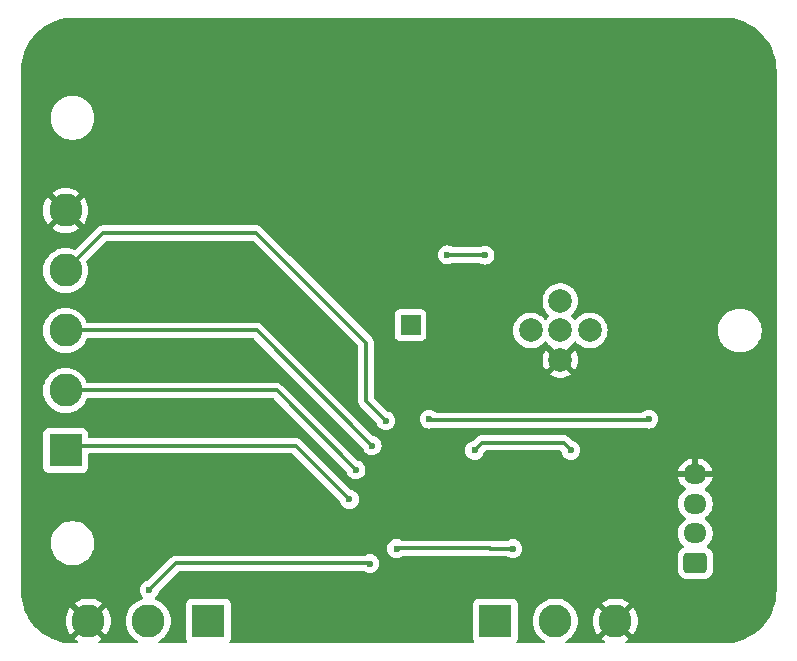
<source format=gbr>
%TF.GenerationSoftware,KiCad,Pcbnew,8.0.1*%
%TF.CreationDate,2025-05-19T10:21:45+02:00*%
%TF.ProjectId,stm32f103 board,73746d33-3266-4313-9033-20626f617264,rev?*%
%TF.SameCoordinates,Original*%
%TF.FileFunction,Copper,L2,Bot*%
%TF.FilePolarity,Positive*%
%FSLAX46Y46*%
G04 Gerber Fmt 4.6, Leading zero omitted, Abs format (unit mm)*
G04 Created by KiCad (PCBNEW 8.0.1) date 2025-05-19 10:21:45*
%MOMM*%
%LPD*%
G01*
G04 APERTURE LIST*
G04 Aperture macros list*
%AMRoundRect*
0 Rectangle with rounded corners*
0 $1 Rounding radius*
0 $2 $3 $4 $5 $6 $7 $8 $9 X,Y pos of 4 corners*
0 Add a 4 corners polygon primitive as box body*
4,1,4,$2,$3,$4,$5,$6,$7,$8,$9,$2,$3,0*
0 Add four circle primitives for the rounded corners*
1,1,$1+$1,$2,$3*
1,1,$1+$1,$4,$5*
1,1,$1+$1,$6,$7*
1,1,$1+$1,$8,$9*
0 Add four rect primitives between the rounded corners*
20,1,$1+$1,$2,$3,$4,$5,0*
20,1,$1+$1,$4,$5,$6,$7,0*
20,1,$1+$1,$6,$7,$8,$9,0*
20,1,$1+$1,$8,$9,$2,$3,0*%
G04 Aperture macros list end*
%TA.AperFunction,ComponentPad*%
%ADD10O,1.950000X1.700000*%
%TD*%
%TA.AperFunction,ComponentPad*%
%ADD11RoundRect,0.250000X0.725000X-0.600000X0.725000X0.600000X-0.725000X0.600000X-0.725000X-0.600000X0*%
%TD*%
%TA.AperFunction,ComponentPad*%
%ADD12R,1.700000X1.700000*%
%TD*%
%TA.AperFunction,ComponentPad*%
%ADD13C,2.000000*%
%TD*%
%TA.AperFunction,ComponentPad*%
%ADD14R,2.800000X2.800000*%
%TD*%
%TA.AperFunction,ComponentPad*%
%ADD15C,2.800000*%
%TD*%
%TA.AperFunction,ViaPad*%
%ADD16C,0.600000*%
%TD*%
%TA.AperFunction,Conductor*%
%ADD17C,0.300000*%
%TD*%
G04 APERTURE END LIST*
D10*
%TO.P,J5,4,Pin_4*%
%TO.N,GND*%
X141237500Y-115570000D03*
%TO.P,J5,3,Pin_3*%
%TO.N,SWCLK*%
X141237500Y-118070000D03*
%TO.P,J5,2,Pin_2*%
%TO.N,SWDIO*%
X141237500Y-120570000D03*
D11*
%TO.P,J5,1,Pin_1*%
%TO.N,+3.3V*%
X141237500Y-123070000D03*
%TD*%
D12*
%TO.P,H1,1,1*%
%TO.N,Net-(U1-BOOT0)*%
X117120000Y-102920000D03*
%TD*%
D13*
%TO.P,J1,5,Pin_5*%
%TO.N,/CAN-*%
X129800000Y-103400000D03*
%TO.P,J1,2,Pin_2*%
%TO.N,+12V*%
X132300000Y-103400000D03*
%TO.P,J1,3,Pin_3*%
%TO.N,GND*%
X129800000Y-105900000D03*
%TO.P,J1,4,Pin_4*%
%TO.N,/CAN+*%
X127300000Y-103400000D03*
%TO.P,J1,1,Pin_1*%
%TO.N,unconnected-(J1-Pin_1-Pad1)*%
X129800000Y-100900000D03*
%TD*%
D14*
%TO.P,J2,1,Pin_1*%
%TO.N,DIR1*%
X87925000Y-113560000D03*
D15*
%TO.P,J2,2,Pin_2*%
%TO.N,PWM1*%
X87925000Y-108480000D03*
%TO.P,J2,3,Pin_3*%
%TO.N,DIR2*%
X87925000Y-103400000D03*
%TO.P,J2,4,Pin_4*%
%TO.N,PWM2*%
X87925000Y-98320000D03*
%TO.P,J2,5,Pin_5*%
%TO.N,GND*%
X87925000Y-93240000D03*
%TD*%
D14*
%TO.P,J4,1,Pin_1*%
%TO.N,+3.3V*%
X100000000Y-128000000D03*
D15*
%TO.P,J4,2,Pin_2*%
%TO.N,Right ADC*%
X94920000Y-128000000D03*
%TO.P,J4,3,Pin_3*%
%TO.N,GND*%
X89840000Y-128000000D03*
%TD*%
D14*
%TO.P,J3,1,Pin_1*%
%TO.N,+3.3V*%
X124300000Y-128000000D03*
D15*
%TO.P,J3,2,Pin_2*%
%TO.N,Left ADC*%
X129380000Y-128000000D03*
%TO.P,J3,3,Pin_3*%
%TO.N,GND*%
X134460000Y-128000000D03*
%TD*%
D16*
%TO.N,GND*%
X103660000Y-105500000D03*
X127800000Y-86970000D03*
X126370000Y-87680000D03*
X132050000Y-87610000D03*
X117540000Y-83700000D03*
X115040000Y-85190000D03*
X116880000Y-86150000D03*
%TO.N,Net-(U2-Feedback)*%
X120250000Y-96990000D03*
%TO.N,GND*%
X119850000Y-108050000D03*
X109160000Y-103740000D03*
X124300000Y-117100000D03*
%TO.N,SWCLK*%
X137300000Y-110900000D03*
X118700000Y-110900000D03*
%TO.N,GND*%
X125500000Y-107600000D03*
%TO.N,CAN_RX*%
X122550000Y-113550000D03*
X130700000Y-113550000D03*
%TO.N,GND*%
X130975000Y-87600000D03*
X121500000Y-124450000D03*
X95500000Y-80862500D03*
X106500000Y-114125000D03*
X126370000Y-86925000D03*
X134460000Y-125065000D03*
X114820000Y-104560000D03*
X124625000Y-106500000D03*
X123400000Y-87650000D03*
X116325000Y-83675000D03*
X108625000Y-119900000D03*
X98250000Y-121650000D03*
X103500000Y-118000000D03*
X117850000Y-85175000D03*
X120825000Y-87650000D03*
X124775000Y-87650000D03*
X122150000Y-87650000D03*
X118575000Y-86375000D03*
X133125000Y-87600000D03*
X128990000Y-87000000D03*
X106025000Y-125950000D03*
X116325000Y-85175000D03*
X119400000Y-87425000D03*
X89875000Y-125325000D03*
X117425000Y-87250000D03*
X121800000Y-102450000D03*
%TO.N,Net-(U2-Feedback)*%
X123420000Y-97020000D03*
%TO.N,DIR2*%
X113875000Y-113150000D03*
%TO.N,PWM1*%
X112500000Y-115200000D03*
%TO.N,PWM2*%
X115025000Y-111050000D03*
%TO.N,DIR1*%
X111950000Y-117700000D03*
%TO.N,Left ADC*%
X125775000Y-121875000D03*
X115935940Y-121864060D03*
%TO.N,Right ADC*%
X113662500Y-123137500D03*
X95000000Y-125375000D03*
%TD*%
D17*
%TO.N,Net-(U2-Feedback)*%
X120270000Y-97010000D02*
X120250000Y-96990000D01*
X123410000Y-97010000D02*
X120270000Y-97010000D01*
X123420000Y-97020000D02*
X123410000Y-97010000D01*
%TO.N,PWM2*%
X91095000Y-95150000D02*
X87925000Y-98320000D01*
X113350000Y-104425000D02*
X104075000Y-95150000D01*
X104075000Y-95150000D02*
X91095000Y-95150000D01*
X113350000Y-109375000D02*
X113350000Y-104425000D01*
X115025000Y-111050000D02*
X113350000Y-109375000D01*
%TO.N,SWCLK*%
X137300000Y-110900000D02*
X137200000Y-111000000D01*
X137200000Y-111000000D02*
X118800000Y-111000000D01*
X118800000Y-111000000D02*
X118700000Y-110900000D01*
%TO.N,CAN_RX*%
X123200000Y-112900000D02*
X122550000Y-113550000D01*
X130700000Y-113500000D02*
X130100000Y-112900000D01*
X130100000Y-112900000D02*
X123200000Y-112900000D01*
%TO.N,PWM1*%
X105780000Y-108480000D02*
X87925000Y-108480000D01*
X112500000Y-115200000D02*
X105780000Y-108480000D01*
%TO.N,DIR2*%
X104125000Y-103400000D02*
X87925000Y-103400000D01*
X113875000Y-113150000D02*
X104125000Y-103400000D01*
%TO.N,DIR1*%
X88335000Y-113150000D02*
X87925000Y-113560000D01*
X107400000Y-113150000D02*
X88335000Y-113150000D01*
X111950000Y-117700000D02*
X107400000Y-113150000D01*
%TO.N,Left ADC*%
X123850000Y-121850000D02*
X115950000Y-121850000D01*
X123875000Y-121875000D02*
X123850000Y-121850000D01*
X125775000Y-121875000D02*
X123875000Y-121875000D01*
X115950000Y-121850000D02*
X115935940Y-121864060D01*
%TO.N,Right ADC*%
X97250000Y-123125000D02*
X95000000Y-125375000D01*
X113662500Y-123137500D02*
X113650000Y-123125000D01*
X113650000Y-123125000D02*
X97250000Y-123125000D01*
%TD*%
%TA.AperFunction,Conductor*%
%TO.N,GND*%
G36*
X143622702Y-76900617D02*
G01*
X144006771Y-76917386D01*
X144017506Y-76918326D01*
X144395971Y-76968152D01*
X144406597Y-76970025D01*
X144779284Y-77052648D01*
X144789710Y-77055442D01*
X145153765Y-77170227D01*
X145163911Y-77173920D01*
X145516578Y-77320000D01*
X145526369Y-77324566D01*
X145864942Y-77500816D01*
X145874310Y-77506224D01*
X146196244Y-77711318D01*
X146205105Y-77717523D01*
X146507930Y-77949889D01*
X146516217Y-77956843D01*
X146797635Y-78214715D01*
X146805284Y-78222364D01*
X147063156Y-78503782D01*
X147070110Y-78512069D01*
X147302476Y-78814894D01*
X147308681Y-78823755D01*
X147513775Y-79145689D01*
X147519183Y-79155057D01*
X147695430Y-79493623D01*
X147700002Y-79503427D01*
X147846075Y-79856078D01*
X147849775Y-79866244D01*
X147964554Y-80230278D01*
X147967354Y-80240727D01*
X148049971Y-80613389D01*
X148051849Y-80624042D01*
X148101671Y-81002473D01*
X148102614Y-81013249D01*
X148119382Y-81397297D01*
X148119500Y-81402706D01*
X148119500Y-125397293D01*
X148119382Y-125402702D01*
X148102614Y-125786750D01*
X148101671Y-125797526D01*
X148051849Y-126175957D01*
X148049971Y-126186610D01*
X147967354Y-126559272D01*
X147964554Y-126569721D01*
X147849775Y-126933755D01*
X147846075Y-126943921D01*
X147700002Y-127296572D01*
X147695430Y-127306376D01*
X147519183Y-127644942D01*
X147513775Y-127654310D01*
X147308681Y-127976244D01*
X147302476Y-127985105D01*
X147070110Y-128287930D01*
X147063156Y-128296217D01*
X146805284Y-128577635D01*
X146797635Y-128585284D01*
X146516217Y-128843156D01*
X146507930Y-128850110D01*
X146205105Y-129082476D01*
X146196244Y-129088681D01*
X145874310Y-129293775D01*
X145864942Y-129299183D01*
X145526376Y-129475430D01*
X145516572Y-129480002D01*
X145163921Y-129626075D01*
X145153755Y-129629775D01*
X144789721Y-129744554D01*
X144779272Y-129747354D01*
X144406610Y-129829971D01*
X144395957Y-129831849D01*
X144017526Y-129881671D01*
X144006750Y-129882614D01*
X143622703Y-129899382D01*
X143617294Y-129899500D01*
X135431689Y-129899500D01*
X135364650Y-129879815D01*
X135318895Y-129827011D01*
X135308951Y-129757853D01*
X135337976Y-129694297D01*
X135372262Y-129666668D01*
X135489844Y-129602462D01*
X135615123Y-129508677D01*
X135615124Y-129508676D01*
X134878900Y-128772453D01*
X135017780Y-128679657D01*
X135139657Y-128557780D01*
X135232452Y-128418900D01*
X135968676Y-129155124D01*
X135968677Y-129155123D01*
X136062462Y-129029844D01*
X136192712Y-128791310D01*
X136192714Y-128791306D01*
X136287694Y-128536654D01*
X136345462Y-128271097D01*
X136345463Y-128271090D01*
X136364853Y-128000001D01*
X136364853Y-127999998D01*
X136345463Y-127728909D01*
X136345462Y-127728902D01*
X136287694Y-127463345D01*
X136192714Y-127208693D01*
X136192712Y-127208689D01*
X136062467Y-126970164D01*
X136062466Y-126970163D01*
X135968676Y-126844874D01*
X135232452Y-127581098D01*
X135139657Y-127442220D01*
X135017780Y-127320343D01*
X134878900Y-127227546D01*
X135615124Y-126491322D01*
X135615123Y-126491321D01*
X135489843Y-126397537D01*
X135489835Y-126397532D01*
X135251310Y-126267287D01*
X135251306Y-126267285D01*
X134996654Y-126172305D01*
X134731097Y-126114537D01*
X134731090Y-126114536D01*
X134460001Y-126095147D01*
X134459999Y-126095147D01*
X134188909Y-126114536D01*
X134188902Y-126114537D01*
X133923345Y-126172305D01*
X133668693Y-126267285D01*
X133668689Y-126267287D01*
X133430164Y-126397532D01*
X133430156Y-126397537D01*
X133304875Y-126491321D01*
X133304874Y-126491322D01*
X134041099Y-127227546D01*
X133902220Y-127320343D01*
X133780343Y-127442220D01*
X133687547Y-127581099D01*
X132951322Y-126844874D01*
X132951321Y-126844875D01*
X132857537Y-126970156D01*
X132857532Y-126970164D01*
X132727287Y-127208689D01*
X132727285Y-127208693D01*
X132632305Y-127463345D01*
X132574537Y-127728902D01*
X132574536Y-127728909D01*
X132555147Y-127999998D01*
X132555147Y-128000001D01*
X132574536Y-128271090D01*
X132574537Y-128271097D01*
X132632305Y-128536654D01*
X132727285Y-128791306D01*
X132727287Y-128791310D01*
X132857532Y-129029835D01*
X132857537Y-129029843D01*
X132951321Y-129155123D01*
X132951322Y-129155124D01*
X133687546Y-128418900D01*
X133780343Y-128557780D01*
X133902220Y-128679657D01*
X134041098Y-128772452D01*
X133304874Y-129508676D01*
X133430163Y-129602466D01*
X133430164Y-129602467D01*
X133547738Y-129666668D01*
X133597143Y-129716074D01*
X133611995Y-129784346D01*
X133587578Y-129849811D01*
X133531644Y-129891682D01*
X133488311Y-129899500D01*
X130352734Y-129899500D01*
X130285695Y-129879815D01*
X130239940Y-129827011D01*
X130229996Y-129757853D01*
X130259021Y-129694297D01*
X130293307Y-129666668D01*
X130367647Y-129626075D01*
X130410113Y-129602887D01*
X130627742Y-129439971D01*
X130819971Y-129247742D01*
X130982887Y-129030113D01*
X131113172Y-128791513D01*
X131208175Y-128536801D01*
X131265961Y-128271160D01*
X131285355Y-128000000D01*
X131265961Y-127728840D01*
X131208175Y-127463199D01*
X131113172Y-127208487D01*
X131113170Y-127208484D01*
X131113169Y-127208480D01*
X130982890Y-126969892D01*
X130982889Y-126969891D01*
X130982887Y-126969887D01*
X130819971Y-126752258D01*
X130819966Y-126752253D01*
X130819961Y-126752247D01*
X130627752Y-126560038D01*
X130627746Y-126560033D01*
X130627742Y-126560029D01*
X130410113Y-126397113D01*
X130410108Y-126397110D01*
X130410107Y-126397109D01*
X130171518Y-126266830D01*
X130171519Y-126266830D01*
X130121920Y-126248330D01*
X129916801Y-126171825D01*
X129916794Y-126171823D01*
X129916793Y-126171823D01*
X129651167Y-126114040D01*
X129651160Y-126114039D01*
X129380001Y-126094645D01*
X129379999Y-126094645D01*
X129108839Y-126114039D01*
X129108832Y-126114040D01*
X128843206Y-126171823D01*
X128843202Y-126171824D01*
X128843199Y-126171825D01*
X128715843Y-126219326D01*
X128588480Y-126266830D01*
X128349892Y-126397109D01*
X128349891Y-126397110D01*
X128132259Y-126560028D01*
X128132247Y-126560038D01*
X127940038Y-126752247D01*
X127940028Y-126752259D01*
X127777110Y-126969891D01*
X127777109Y-126969892D01*
X127646830Y-127208480D01*
X127612109Y-127301571D01*
X127551825Y-127463199D01*
X127551824Y-127463202D01*
X127551823Y-127463206D01*
X127494040Y-127728832D01*
X127494039Y-127728839D01*
X127474645Y-127999998D01*
X127474645Y-128000001D01*
X127494039Y-128271160D01*
X127494040Y-128271167D01*
X127511962Y-128353553D01*
X127551825Y-128536801D01*
X127605108Y-128679657D01*
X127646830Y-128791519D01*
X127777109Y-129030107D01*
X127777110Y-129030108D01*
X127777113Y-129030113D01*
X127940029Y-129247742D01*
X127940033Y-129247746D01*
X127940038Y-129247752D01*
X128132247Y-129439961D01*
X128132253Y-129439966D01*
X128132258Y-129439971D01*
X128349887Y-129602887D01*
X128349891Y-129602889D01*
X128349892Y-129602890D01*
X128466693Y-129666668D01*
X128516098Y-129716073D01*
X128530950Y-129784346D01*
X128506533Y-129849810D01*
X128450600Y-129891682D01*
X128407266Y-129899500D01*
X126199001Y-129899500D01*
X126131962Y-129879815D01*
X126086207Y-129827011D01*
X126076263Y-129757853D01*
X126099734Y-129701189D01*
X126143796Y-129642331D01*
X126194091Y-129507483D01*
X126200500Y-129447873D01*
X126200499Y-126552128D01*
X126194091Y-126492517D01*
X126193645Y-126491322D01*
X126143797Y-126357671D01*
X126143793Y-126357664D01*
X126057547Y-126242455D01*
X126057544Y-126242452D01*
X125942335Y-126156206D01*
X125942328Y-126156202D01*
X125807482Y-126105908D01*
X125807483Y-126105908D01*
X125747883Y-126099501D01*
X125747881Y-126099500D01*
X125747873Y-126099500D01*
X125747864Y-126099500D01*
X122852129Y-126099500D01*
X122852123Y-126099501D01*
X122792516Y-126105908D01*
X122657671Y-126156202D01*
X122657664Y-126156206D01*
X122542455Y-126242452D01*
X122542452Y-126242455D01*
X122456206Y-126357664D01*
X122456202Y-126357671D01*
X122405908Y-126492517D01*
X122399501Y-126552116D01*
X122399501Y-126552123D01*
X122399500Y-126552135D01*
X122399500Y-129447870D01*
X122399501Y-129447876D01*
X122405908Y-129507483D01*
X122456202Y-129642328D01*
X122456204Y-129642331D01*
X122500265Y-129701189D01*
X122524683Y-129766652D01*
X122509832Y-129834925D01*
X122460427Y-129884331D01*
X122400999Y-129899500D01*
X101899001Y-129899500D01*
X101831962Y-129879815D01*
X101786207Y-129827011D01*
X101776263Y-129757853D01*
X101799734Y-129701189D01*
X101843796Y-129642331D01*
X101894091Y-129507483D01*
X101900500Y-129447873D01*
X101900499Y-126552128D01*
X101894091Y-126492517D01*
X101893645Y-126491322D01*
X101843797Y-126357671D01*
X101843793Y-126357664D01*
X101757547Y-126242455D01*
X101757544Y-126242452D01*
X101642335Y-126156206D01*
X101642328Y-126156202D01*
X101507482Y-126105908D01*
X101507483Y-126105908D01*
X101447883Y-126099501D01*
X101447881Y-126099500D01*
X101447873Y-126099500D01*
X101447864Y-126099500D01*
X98552129Y-126099500D01*
X98552123Y-126099501D01*
X98492516Y-126105908D01*
X98357671Y-126156202D01*
X98357664Y-126156206D01*
X98242455Y-126242452D01*
X98242452Y-126242455D01*
X98156206Y-126357664D01*
X98156202Y-126357671D01*
X98105908Y-126492517D01*
X98099501Y-126552116D01*
X98099501Y-126552123D01*
X98099500Y-126552135D01*
X98099500Y-129447870D01*
X98099501Y-129447876D01*
X98105908Y-129507483D01*
X98156202Y-129642328D01*
X98156204Y-129642331D01*
X98200265Y-129701189D01*
X98224683Y-129766652D01*
X98209832Y-129834925D01*
X98160427Y-129884331D01*
X98100999Y-129899500D01*
X95892734Y-129899500D01*
X95825695Y-129879815D01*
X95779940Y-129827011D01*
X95769996Y-129757853D01*
X95799021Y-129694297D01*
X95833307Y-129666668D01*
X95907647Y-129626075D01*
X95950113Y-129602887D01*
X96167742Y-129439971D01*
X96359971Y-129247742D01*
X96522887Y-129030113D01*
X96653172Y-128791513D01*
X96748175Y-128536801D01*
X96805961Y-128271160D01*
X96825355Y-128000000D01*
X96805961Y-127728840D01*
X96748175Y-127463199D01*
X96653172Y-127208487D01*
X96653170Y-127208484D01*
X96653169Y-127208480D01*
X96522890Y-126969892D01*
X96522889Y-126969891D01*
X96522887Y-126969887D01*
X96359971Y-126752258D01*
X96359966Y-126752253D01*
X96359961Y-126752247D01*
X96167752Y-126560038D01*
X96167746Y-126560033D01*
X96167742Y-126560029D01*
X95950113Y-126397113D01*
X95950108Y-126397110D01*
X95950107Y-126397109D01*
X95711518Y-126266830D01*
X95711519Y-126266830D01*
X95668538Y-126250799D01*
X95549051Y-126206232D01*
X95493120Y-126164362D01*
X95468703Y-126098898D01*
X95483555Y-126030625D01*
X95504700Y-126002377D01*
X95629816Y-125877262D01*
X95725789Y-125724522D01*
X95785368Y-125554255D01*
X95786182Y-125547025D01*
X95813245Y-125482611D01*
X95821712Y-125473232D01*
X97483127Y-123811819D01*
X97544450Y-123778334D01*
X97570808Y-123775500D01*
X113137539Y-123775500D01*
X113203510Y-123794505D01*
X113312978Y-123863289D01*
X113483245Y-123922868D01*
X113483250Y-123922869D01*
X113662496Y-123943065D01*
X113662500Y-123943065D01*
X113662504Y-123943065D01*
X113841749Y-123922869D01*
X113841752Y-123922868D01*
X113841755Y-123922868D01*
X114012022Y-123863289D01*
X114164762Y-123767316D01*
X114212077Y-123720001D01*
X139762000Y-123720001D01*
X139762001Y-123720018D01*
X139772500Y-123822796D01*
X139772501Y-123822799D01*
X139812354Y-123943065D01*
X139827686Y-123989334D01*
X139919788Y-124138656D01*
X140043844Y-124262712D01*
X140193166Y-124354814D01*
X140359703Y-124409999D01*
X140462491Y-124420500D01*
X142012508Y-124420499D01*
X142115297Y-124409999D01*
X142281834Y-124354814D01*
X142431156Y-124262712D01*
X142555212Y-124138656D01*
X142647314Y-123989334D01*
X142702499Y-123822797D01*
X142713000Y-123720009D01*
X142712999Y-122419992D01*
X142702499Y-122317203D01*
X142647314Y-122150666D01*
X142555212Y-122001344D01*
X142431156Y-121877288D01*
X142281834Y-121785186D01*
X142281833Y-121785185D01*
X142276378Y-121781821D01*
X142229654Y-121729873D01*
X142218431Y-121660910D01*
X142246275Y-121596828D01*
X142253772Y-121588623D01*
X142392604Y-121449792D01*
X142517551Y-121277816D01*
X142614057Y-121088412D01*
X142679746Y-120886243D01*
X142713000Y-120676287D01*
X142713000Y-120463713D01*
X142679746Y-120253757D01*
X142614057Y-120051588D01*
X142517551Y-119862184D01*
X142517549Y-119862181D01*
X142517548Y-119862179D01*
X142392609Y-119690213D01*
X142242292Y-119539896D01*
X142242284Y-119539890D01*
X142077704Y-119420316D01*
X142035040Y-119364989D01*
X142029061Y-119295376D01*
X142061666Y-119233580D01*
X142077699Y-119219686D01*
X142242292Y-119100104D01*
X142392604Y-118949792D01*
X142392606Y-118949788D01*
X142392609Y-118949786D01*
X142517548Y-118777820D01*
X142517547Y-118777820D01*
X142517551Y-118777816D01*
X142614057Y-118588412D01*
X142679746Y-118386243D01*
X142713000Y-118176287D01*
X142713000Y-117963713D01*
X142679746Y-117753757D01*
X142614057Y-117551588D01*
X142517551Y-117362184D01*
X142517549Y-117362181D01*
X142517548Y-117362179D01*
X142392609Y-117190213D01*
X142242290Y-117039894D01*
X142242285Y-117039890D01*
X142077281Y-116920008D01*
X142034615Y-116864678D01*
X142028636Y-116795065D01*
X142061241Y-116733270D01*
X142077281Y-116719371D01*
X142241966Y-116599721D01*
X142392223Y-116449464D01*
X142392227Y-116449459D01*
X142517120Y-116277557D01*
X142613595Y-116088217D01*
X142679257Y-115886129D01*
X142679257Y-115886126D01*
X142689731Y-115820000D01*
X141641646Y-115820000D01*
X141680130Y-115753343D01*
X141712500Y-115632535D01*
X141712500Y-115507465D01*
X141680130Y-115386657D01*
X141641646Y-115320000D01*
X142689731Y-115320000D01*
X142679257Y-115253873D01*
X142679257Y-115253870D01*
X142613595Y-115051782D01*
X142517120Y-114862442D01*
X142392227Y-114690540D01*
X142392223Y-114690535D01*
X142241964Y-114540276D01*
X142241959Y-114540272D01*
X142070057Y-114415379D01*
X141880717Y-114318904D01*
X141678628Y-114253242D01*
X141487500Y-114222969D01*
X141487500Y-115165854D01*
X141420843Y-115127370D01*
X141300035Y-115095000D01*
X141174965Y-115095000D01*
X141054157Y-115127370D01*
X140987500Y-115165854D01*
X140987500Y-114222969D01*
X140796372Y-114253242D01*
X140796369Y-114253242D01*
X140594282Y-114318904D01*
X140404942Y-114415379D01*
X140233040Y-114540272D01*
X140233035Y-114540276D01*
X140082776Y-114690535D01*
X140082772Y-114690540D01*
X139957879Y-114862442D01*
X139861404Y-115051782D01*
X139795742Y-115253870D01*
X139795742Y-115253873D01*
X139785269Y-115320000D01*
X140833354Y-115320000D01*
X140794870Y-115386657D01*
X140762500Y-115507465D01*
X140762500Y-115632535D01*
X140794870Y-115753343D01*
X140833354Y-115820000D01*
X139785269Y-115820000D01*
X139795742Y-115886126D01*
X139795742Y-115886129D01*
X139861404Y-116088217D01*
X139957879Y-116277557D01*
X140082772Y-116449459D01*
X140082776Y-116449464D01*
X140233035Y-116599723D01*
X140233040Y-116599727D01*
X140397718Y-116719372D01*
X140440384Y-116774701D01*
X140446363Y-116844315D01*
X140413758Y-116906110D01*
X140397718Y-116920008D01*
X140232714Y-117039890D01*
X140232709Y-117039894D01*
X140082390Y-117190213D01*
X139957451Y-117362179D01*
X139860944Y-117551585D01*
X139795253Y-117753760D01*
X139762000Y-117963713D01*
X139762000Y-118176286D01*
X139786316Y-118329815D01*
X139795254Y-118386243D01*
X139834024Y-118505565D01*
X139860944Y-118588414D01*
X139957451Y-118777820D01*
X140082390Y-118949786D01*
X140232709Y-119100105D01*
X140232714Y-119100109D01*
X140397293Y-119219682D01*
X140439959Y-119275011D01*
X140445938Y-119344625D01*
X140413333Y-119406420D01*
X140397293Y-119420318D01*
X140232714Y-119539890D01*
X140232709Y-119539894D01*
X140082390Y-119690213D01*
X139957451Y-119862179D01*
X139860944Y-120051585D01*
X139795253Y-120253760D01*
X139762000Y-120463713D01*
X139762000Y-120676287D01*
X139795254Y-120886243D01*
X139857784Y-121078691D01*
X139860944Y-121088414D01*
X139957451Y-121277820D01*
X140082390Y-121449786D01*
X140221205Y-121588601D01*
X140254690Y-121649924D01*
X140249706Y-121719616D01*
X140207834Y-121775549D01*
X140198621Y-121781821D01*
X140043842Y-121877289D01*
X139919789Y-122001342D01*
X139827687Y-122150663D01*
X139827686Y-122150666D01*
X139772501Y-122317203D01*
X139772501Y-122317204D01*
X139772500Y-122317204D01*
X139762000Y-122419983D01*
X139762000Y-123720001D01*
X114212077Y-123720001D01*
X114292316Y-123639762D01*
X114388289Y-123487022D01*
X114447868Y-123316755D01*
X114455333Y-123250500D01*
X114468065Y-123137503D01*
X114468065Y-123137496D01*
X114447869Y-122958250D01*
X114447868Y-122958245D01*
X114388288Y-122787976D01*
X114308105Y-122660366D01*
X114292316Y-122635238D01*
X114164762Y-122507684D01*
X114151736Y-122499499D01*
X114012023Y-122411711D01*
X113841754Y-122352131D01*
X113841749Y-122352130D01*
X113662504Y-122331935D01*
X113662496Y-122331935D01*
X113483250Y-122352130D01*
X113483245Y-122352131D01*
X113312977Y-122411711D01*
X113243298Y-122455494D01*
X113177326Y-122474500D01*
X97185929Y-122474500D01*
X97060260Y-122499497D01*
X97060254Y-122499499D01*
X97047419Y-122504816D01*
X96941877Y-122548532D01*
X96941863Y-122548540D01*
X96835332Y-122619721D01*
X96835325Y-122619727D01*
X94901775Y-124553277D01*
X94840452Y-124586762D01*
X94827988Y-124588815D01*
X94820752Y-124589630D01*
X94820744Y-124589632D01*
X94650478Y-124649210D01*
X94497737Y-124745184D01*
X94370184Y-124872737D01*
X94274211Y-125025476D01*
X94214631Y-125195745D01*
X94214630Y-125195750D01*
X94194435Y-125374996D01*
X94194435Y-125375003D01*
X94214630Y-125554249D01*
X94214631Y-125554254D01*
X94274211Y-125724523D01*
X94370184Y-125877262D01*
X94453866Y-125960944D01*
X94487351Y-126022267D01*
X94482367Y-126091959D01*
X94440495Y-126147892D01*
X94392552Y-126169789D01*
X94383208Y-126171822D01*
X94383201Y-126171824D01*
X94383199Y-126171825D01*
X94290945Y-126206234D01*
X94128480Y-126266830D01*
X93889892Y-126397109D01*
X93889891Y-126397110D01*
X93672259Y-126560028D01*
X93672247Y-126560038D01*
X93480038Y-126752247D01*
X93480028Y-126752259D01*
X93317110Y-126969891D01*
X93317109Y-126969892D01*
X93186830Y-127208480D01*
X93152109Y-127301571D01*
X93091825Y-127463199D01*
X93091824Y-127463202D01*
X93091823Y-127463206D01*
X93034040Y-127728832D01*
X93034039Y-127728839D01*
X93014645Y-127999998D01*
X93014645Y-128000001D01*
X93034039Y-128271160D01*
X93034040Y-128271167D01*
X93051962Y-128353553D01*
X93091825Y-128536801D01*
X93145108Y-128679657D01*
X93186830Y-128791519D01*
X93317109Y-129030107D01*
X93317110Y-129030108D01*
X93317113Y-129030113D01*
X93480029Y-129247742D01*
X93480033Y-129247746D01*
X93480038Y-129247752D01*
X93672247Y-129439961D01*
X93672253Y-129439966D01*
X93672258Y-129439971D01*
X93889887Y-129602887D01*
X93889891Y-129602889D01*
X93889892Y-129602890D01*
X94006693Y-129666668D01*
X94056098Y-129716073D01*
X94070950Y-129784346D01*
X94046533Y-129849810D01*
X93990600Y-129891682D01*
X93947266Y-129899500D01*
X90811689Y-129899500D01*
X90744650Y-129879815D01*
X90698895Y-129827011D01*
X90688951Y-129757853D01*
X90717976Y-129694297D01*
X90752262Y-129666668D01*
X90869844Y-129602462D01*
X90995123Y-129508677D01*
X90995124Y-129508676D01*
X90258900Y-128772453D01*
X90397780Y-128679657D01*
X90519657Y-128557780D01*
X90612452Y-128418900D01*
X91348676Y-129155124D01*
X91348677Y-129155123D01*
X91442462Y-129029844D01*
X91572712Y-128791310D01*
X91572714Y-128791306D01*
X91667694Y-128536654D01*
X91725462Y-128271097D01*
X91725463Y-128271090D01*
X91744853Y-128000001D01*
X91744853Y-127999998D01*
X91725463Y-127728909D01*
X91725462Y-127728902D01*
X91667694Y-127463345D01*
X91572714Y-127208693D01*
X91572712Y-127208689D01*
X91442467Y-126970164D01*
X91442466Y-126970163D01*
X91348676Y-126844874D01*
X90612452Y-127581098D01*
X90519657Y-127442220D01*
X90397780Y-127320343D01*
X90258900Y-127227546D01*
X90995124Y-126491322D01*
X90995123Y-126491321D01*
X90869843Y-126397537D01*
X90869835Y-126397532D01*
X90631310Y-126267287D01*
X90631306Y-126267285D01*
X90376654Y-126172305D01*
X90111097Y-126114537D01*
X90111090Y-126114536D01*
X89840001Y-126095147D01*
X89839999Y-126095147D01*
X89568909Y-126114536D01*
X89568902Y-126114537D01*
X89303345Y-126172305D01*
X89048693Y-126267285D01*
X89048689Y-126267287D01*
X88810164Y-126397532D01*
X88810156Y-126397537D01*
X88684875Y-126491321D01*
X88684874Y-126491322D01*
X89421099Y-127227546D01*
X89282220Y-127320343D01*
X89160343Y-127442220D01*
X89067547Y-127581099D01*
X88331322Y-126844874D01*
X88331321Y-126844875D01*
X88237537Y-126970156D01*
X88237532Y-126970164D01*
X88107287Y-127208689D01*
X88107285Y-127208693D01*
X88012305Y-127463345D01*
X87954537Y-127728902D01*
X87954536Y-127728909D01*
X87935147Y-127999998D01*
X87935147Y-128000001D01*
X87954536Y-128271090D01*
X87954537Y-128271097D01*
X88012305Y-128536654D01*
X88107285Y-128791306D01*
X88107287Y-128791310D01*
X88237532Y-129029835D01*
X88237537Y-129029843D01*
X88331321Y-129155123D01*
X88331322Y-129155124D01*
X89067546Y-128418900D01*
X89160343Y-128557780D01*
X89282220Y-128679657D01*
X89421098Y-128772452D01*
X88684874Y-129508676D01*
X88810163Y-129602466D01*
X88810164Y-129602467D01*
X88927738Y-129666668D01*
X88977143Y-129716074D01*
X88991995Y-129784346D01*
X88967578Y-129849811D01*
X88911644Y-129891682D01*
X88868311Y-129899500D01*
X88622707Y-129899500D01*
X88617298Y-129899382D01*
X88233249Y-129882614D01*
X88222475Y-129881671D01*
X88160008Y-129873447D01*
X87844045Y-129831850D01*
X87833391Y-129829972D01*
X87460725Y-129747353D01*
X87450277Y-129744553D01*
X87086245Y-129629775D01*
X87076079Y-129626075D01*
X86723428Y-129480002D01*
X86713624Y-129475430D01*
X86375055Y-129299183D01*
X86375043Y-129299176D01*
X86365687Y-129293775D01*
X86148050Y-129155124D01*
X86043764Y-129088686D01*
X86034903Y-129082482D01*
X85732070Y-128850111D01*
X85723783Y-128843157D01*
X85442365Y-128585285D01*
X85434716Y-128577636D01*
X85176844Y-128296218D01*
X85169890Y-128287931D01*
X84937518Y-127985098D01*
X84931314Y-127976237D01*
X84773748Y-127728909D01*
X84726221Y-127654306D01*
X84720828Y-127644965D01*
X84544566Y-127306370D01*
X84539997Y-127296573D01*
X84503596Y-127208693D01*
X84393920Y-126943911D01*
X84390224Y-126933755D01*
X84275442Y-126569711D01*
X84272648Y-126559285D01*
X84190025Y-126186598D01*
X84188152Y-126175972D01*
X84138326Y-125797507D01*
X84137386Y-125786772D01*
X84120618Y-125402702D01*
X84120500Y-125397294D01*
X84120500Y-121521288D01*
X86649500Y-121521288D01*
X86681161Y-121761785D01*
X86743947Y-121996104D01*
X86807968Y-122150663D01*
X86836776Y-122220212D01*
X86958064Y-122430289D01*
X86958066Y-122430292D01*
X86958067Y-122430293D01*
X87105733Y-122622736D01*
X87105739Y-122622743D01*
X87277256Y-122794260D01*
X87277262Y-122794265D01*
X87469711Y-122941936D01*
X87679788Y-123063224D01*
X87903900Y-123156054D01*
X88138211Y-123218838D01*
X88318586Y-123242584D01*
X88378711Y-123250500D01*
X88378712Y-123250500D01*
X88621289Y-123250500D01*
X88669388Y-123244167D01*
X88861789Y-123218838D01*
X89096100Y-123156054D01*
X89320212Y-123063224D01*
X89530289Y-122941936D01*
X89722738Y-122794265D01*
X89894265Y-122622738D01*
X90041936Y-122430289D01*
X90163224Y-122220212D01*
X90256054Y-121996100D01*
X90291434Y-121864063D01*
X115130375Y-121864063D01*
X115150570Y-122043309D01*
X115150571Y-122043314D01*
X115210151Y-122213583D01*
X115275260Y-122317203D01*
X115306124Y-122366322D01*
X115433678Y-122493876D01*
X115586418Y-122589849D01*
X115756685Y-122649428D01*
X115756690Y-122649429D01*
X115935936Y-122669625D01*
X115935940Y-122669625D01*
X115935944Y-122669625D01*
X116115189Y-122649429D01*
X116115192Y-122649428D01*
X116115195Y-122649428D01*
X116285462Y-122589849D01*
X116397412Y-122519505D01*
X116463384Y-122500500D01*
X123673038Y-122500500D01*
X123697230Y-122502883D01*
X123810928Y-122525500D01*
X123810931Y-122525500D01*
X125269932Y-122525500D01*
X125335904Y-122544506D01*
X125425477Y-122600789D01*
X125425481Y-122600790D01*
X125595737Y-122660366D01*
X125595743Y-122660367D01*
X125595745Y-122660368D01*
X125595746Y-122660368D01*
X125595750Y-122660369D01*
X125774996Y-122680565D01*
X125775000Y-122680565D01*
X125775004Y-122680565D01*
X125954249Y-122660369D01*
X125954252Y-122660368D01*
X125954255Y-122660368D01*
X126124522Y-122600789D01*
X126277262Y-122504816D01*
X126404816Y-122377262D01*
X126500789Y-122224522D01*
X126560368Y-122054255D01*
X126561601Y-122043314D01*
X126580565Y-121875003D01*
X126580565Y-121874996D01*
X126560369Y-121695750D01*
X126560368Y-121695745D01*
X126548179Y-121660910D01*
X126500789Y-121525478D01*
X126404816Y-121372738D01*
X126277262Y-121245184D01*
X126214096Y-121205494D01*
X126124523Y-121149211D01*
X125954254Y-121089631D01*
X125954249Y-121089630D01*
X125775004Y-121069435D01*
X125774996Y-121069435D01*
X125595750Y-121089630D01*
X125595737Y-121089633D01*
X125425481Y-121149209D01*
X125425477Y-121149210D01*
X125335904Y-121205494D01*
X125269932Y-121224500D01*
X124051962Y-121224500D01*
X124027770Y-121222117D01*
X123914071Y-121199500D01*
X123914069Y-121199500D01*
X116418631Y-121199500D01*
X116352658Y-121180493D01*
X116285464Y-121138271D01*
X116115194Y-121078691D01*
X116115189Y-121078690D01*
X115935944Y-121058495D01*
X115935936Y-121058495D01*
X115756690Y-121078690D01*
X115756685Y-121078691D01*
X115586416Y-121138271D01*
X115433677Y-121234244D01*
X115306124Y-121361797D01*
X115210151Y-121514536D01*
X115150571Y-121684805D01*
X115150570Y-121684810D01*
X115130375Y-121864056D01*
X115130375Y-121864063D01*
X90291434Y-121864063D01*
X90318838Y-121761789D01*
X90350500Y-121521288D01*
X90350500Y-121278712D01*
X90318838Y-121038211D01*
X90256054Y-120803900D01*
X90163224Y-120579788D01*
X90041936Y-120369711D01*
X89894265Y-120177262D01*
X89894260Y-120177256D01*
X89722743Y-120005739D01*
X89722736Y-120005733D01*
X89530293Y-119858067D01*
X89530292Y-119858066D01*
X89530289Y-119858064D01*
X89320212Y-119736776D01*
X89320205Y-119736773D01*
X89096104Y-119643947D01*
X88861785Y-119581161D01*
X88621289Y-119549500D01*
X88621288Y-119549500D01*
X88378712Y-119549500D01*
X88378711Y-119549500D01*
X88138214Y-119581161D01*
X87903895Y-119643947D01*
X87679794Y-119736773D01*
X87679785Y-119736777D01*
X87469706Y-119858067D01*
X87277263Y-120005733D01*
X87277256Y-120005739D01*
X87105739Y-120177256D01*
X87105733Y-120177263D01*
X86958067Y-120369706D01*
X86836777Y-120579785D01*
X86836773Y-120579794D01*
X86743947Y-120803895D01*
X86681161Y-121038214D01*
X86649500Y-121278711D01*
X86649500Y-121521288D01*
X84120500Y-121521288D01*
X84120500Y-115007870D01*
X86024500Y-115007870D01*
X86024501Y-115007876D01*
X86030908Y-115067483D01*
X86081202Y-115202328D01*
X86081206Y-115202335D01*
X86167452Y-115317544D01*
X86167455Y-115317547D01*
X86282664Y-115403793D01*
X86282671Y-115403797D01*
X86417517Y-115454091D01*
X86417516Y-115454091D01*
X86424444Y-115454835D01*
X86477127Y-115460500D01*
X89372872Y-115460499D01*
X89432483Y-115454091D01*
X89567331Y-115403796D01*
X89682546Y-115317546D01*
X89768796Y-115202331D01*
X89819091Y-115067483D01*
X89825500Y-115007873D01*
X89825500Y-113924500D01*
X89845185Y-113857461D01*
X89897989Y-113811706D01*
X89949500Y-113800500D01*
X107079192Y-113800500D01*
X107146231Y-113820185D01*
X107166873Y-113836819D01*
X111128277Y-117798223D01*
X111161762Y-117859546D01*
X111163815Y-117872012D01*
X111164630Y-117879246D01*
X111164632Y-117879255D01*
X111224210Y-118049521D01*
X111303862Y-118176286D01*
X111320184Y-118202262D01*
X111447738Y-118329816D01*
X111600478Y-118425789D01*
X111770745Y-118485368D01*
X111770750Y-118485369D01*
X111949996Y-118505565D01*
X111950000Y-118505565D01*
X111950004Y-118505565D01*
X112129249Y-118485369D01*
X112129252Y-118485368D01*
X112129255Y-118485368D01*
X112299522Y-118425789D01*
X112452262Y-118329816D01*
X112579816Y-118202262D01*
X112675789Y-118049522D01*
X112735368Y-117879255D01*
X112755565Y-117700000D01*
X112738843Y-117551588D01*
X112735369Y-117520750D01*
X112735368Y-117520745D01*
X112675788Y-117350476D01*
X112579815Y-117197737D01*
X112452262Y-117070184D01*
X112299521Y-116974210D01*
X112129255Y-116914632D01*
X112129246Y-116914630D01*
X112122012Y-116913815D01*
X112057600Y-116886744D01*
X112048223Y-116878277D01*
X107814674Y-112644727D01*
X107814673Y-112644726D01*
X107814669Y-112644723D01*
X107708127Y-112573535D01*
X107589744Y-112524499D01*
X107589738Y-112524497D01*
X107464071Y-112499500D01*
X107464069Y-112499500D01*
X89949499Y-112499500D01*
X89882460Y-112479815D01*
X89836705Y-112427011D01*
X89825499Y-112375500D01*
X89825499Y-112112129D01*
X89825498Y-112112123D01*
X89825497Y-112112116D01*
X89819091Y-112052517D01*
X89768796Y-111917669D01*
X89768795Y-111917668D01*
X89768793Y-111917664D01*
X89682547Y-111802455D01*
X89682544Y-111802452D01*
X89567335Y-111716206D01*
X89567328Y-111716202D01*
X89432482Y-111665908D01*
X89432483Y-111665908D01*
X89372883Y-111659501D01*
X89372881Y-111659500D01*
X89372873Y-111659500D01*
X89372864Y-111659500D01*
X86477129Y-111659500D01*
X86477123Y-111659501D01*
X86417516Y-111665908D01*
X86282671Y-111716202D01*
X86282664Y-111716206D01*
X86167455Y-111802452D01*
X86167452Y-111802455D01*
X86081206Y-111917664D01*
X86081202Y-111917671D01*
X86030908Y-112052517D01*
X86024501Y-112112116D01*
X86024501Y-112112123D01*
X86024500Y-112112135D01*
X86024500Y-115007870D01*
X84120500Y-115007870D01*
X84120500Y-108480001D01*
X86019645Y-108480001D01*
X86039039Y-108751160D01*
X86039040Y-108751167D01*
X86096823Y-109016793D01*
X86096825Y-109016801D01*
X86139233Y-109130500D01*
X86191830Y-109271519D01*
X86322109Y-109510107D01*
X86322110Y-109510108D01*
X86322113Y-109510113D01*
X86485029Y-109727742D01*
X86485033Y-109727746D01*
X86485038Y-109727752D01*
X86677247Y-109919961D01*
X86677253Y-109919966D01*
X86677258Y-109919971D01*
X86894887Y-110082887D01*
X86894891Y-110082889D01*
X86894892Y-110082890D01*
X87133481Y-110213169D01*
X87133480Y-110213169D01*
X87133484Y-110213170D01*
X87133487Y-110213172D01*
X87388199Y-110308175D01*
X87653840Y-110365961D01*
X87905605Y-110383967D01*
X87924999Y-110385355D01*
X87925000Y-110385355D01*
X87925001Y-110385355D01*
X87943100Y-110384060D01*
X88196160Y-110365961D01*
X88461801Y-110308175D01*
X88716513Y-110213172D01*
X88716517Y-110213169D01*
X88716519Y-110213169D01*
X88933964Y-110094435D01*
X88955113Y-110082887D01*
X89172742Y-109919971D01*
X89364971Y-109727742D01*
X89527887Y-109510113D01*
X89658172Y-109271513D01*
X89680680Y-109211165D01*
X89722552Y-109155233D01*
X89788016Y-109130816D01*
X89796862Y-109130500D01*
X105459192Y-109130500D01*
X105526231Y-109150185D01*
X105546873Y-109166819D01*
X111678277Y-115298222D01*
X111711762Y-115359545D01*
X111713815Y-115372012D01*
X111714630Y-115379245D01*
X111714632Y-115379255D01*
X111774210Y-115549521D01*
X111870184Y-115702262D01*
X111997738Y-115829816D01*
X112150478Y-115925789D01*
X112219941Y-115950095D01*
X112320745Y-115985368D01*
X112320750Y-115985369D01*
X112499996Y-116005565D01*
X112500000Y-116005565D01*
X112500004Y-116005565D01*
X112679249Y-115985369D01*
X112679252Y-115985368D01*
X112679255Y-115985368D01*
X112849522Y-115925789D01*
X113002262Y-115829816D01*
X113129816Y-115702262D01*
X113225789Y-115549522D01*
X113285368Y-115379255D01*
X113287589Y-115359545D01*
X113305565Y-115200003D01*
X113305565Y-115199996D01*
X113285369Y-115020750D01*
X113285368Y-115020745D01*
X113225788Y-114850476D01*
X113129815Y-114697737D01*
X113002262Y-114570184D01*
X112849521Y-114474210D01*
X112679255Y-114414632D01*
X112679245Y-114414630D01*
X112672012Y-114413815D01*
X112607599Y-114386745D01*
X112598222Y-114378277D01*
X106194674Y-107974727D01*
X106194673Y-107974726D01*
X106194669Y-107974723D01*
X106088127Y-107903535D01*
X105969744Y-107854499D01*
X105969738Y-107854497D01*
X105844071Y-107829500D01*
X105844069Y-107829500D01*
X89796862Y-107829500D01*
X89729823Y-107809815D01*
X89684068Y-107757011D01*
X89680680Y-107748834D01*
X89658172Y-107688487D01*
X89527887Y-107449887D01*
X89364971Y-107232258D01*
X89364966Y-107232253D01*
X89364961Y-107232247D01*
X89172752Y-107040038D01*
X89172746Y-107040033D01*
X89172742Y-107040029D01*
X88955113Y-106877113D01*
X88955108Y-106877110D01*
X88955107Y-106877109D01*
X88716518Y-106746830D01*
X88716519Y-106746830D01*
X88666920Y-106728330D01*
X88461801Y-106651825D01*
X88461794Y-106651823D01*
X88461793Y-106651823D01*
X88196167Y-106594040D01*
X88196160Y-106594039D01*
X87925001Y-106574645D01*
X87924999Y-106574645D01*
X87653839Y-106594039D01*
X87653832Y-106594040D01*
X87388206Y-106651823D01*
X87388202Y-106651824D01*
X87388199Y-106651825D01*
X87260843Y-106699326D01*
X87133480Y-106746830D01*
X86894892Y-106877109D01*
X86894891Y-106877110D01*
X86677259Y-107040028D01*
X86677247Y-107040038D01*
X86485038Y-107232247D01*
X86485028Y-107232259D01*
X86322110Y-107449891D01*
X86322109Y-107449892D01*
X86191830Y-107688480D01*
X86146575Y-107809815D01*
X86096825Y-107943199D01*
X86096824Y-107943202D01*
X86096823Y-107943206D01*
X86039040Y-108208832D01*
X86039039Y-108208839D01*
X86019645Y-108479998D01*
X86019645Y-108480001D01*
X84120500Y-108480001D01*
X84120500Y-103400001D01*
X86019645Y-103400001D01*
X86039039Y-103671160D01*
X86039040Y-103671167D01*
X86096823Y-103936793D01*
X86096825Y-103936801D01*
X86167970Y-104127547D01*
X86191830Y-104191519D01*
X86322109Y-104430107D01*
X86322110Y-104430108D01*
X86322113Y-104430113D01*
X86485029Y-104647742D01*
X86485033Y-104647746D01*
X86485038Y-104647752D01*
X86677247Y-104839961D01*
X86677253Y-104839966D01*
X86677258Y-104839971D01*
X86894887Y-105002887D01*
X86894891Y-105002889D01*
X86894892Y-105002890D01*
X87133481Y-105133169D01*
X87133480Y-105133169D01*
X87133484Y-105133170D01*
X87133487Y-105133172D01*
X87388199Y-105228175D01*
X87653840Y-105285961D01*
X87905605Y-105303967D01*
X87924999Y-105305355D01*
X87925000Y-105305355D01*
X87925001Y-105305355D01*
X87943100Y-105304060D01*
X88196160Y-105285961D01*
X88461801Y-105228175D01*
X88716513Y-105133172D01*
X88716517Y-105133169D01*
X88716519Y-105133169D01*
X88844617Y-105063222D01*
X88955113Y-105002887D01*
X89172742Y-104839971D01*
X89364971Y-104647742D01*
X89527887Y-104430113D01*
X89658172Y-104191513D01*
X89680680Y-104131165D01*
X89722552Y-104075233D01*
X89788016Y-104050816D01*
X89796862Y-104050500D01*
X103804192Y-104050500D01*
X103871231Y-104070185D01*
X103891873Y-104086819D01*
X113053277Y-113248223D01*
X113086762Y-113309546D01*
X113088815Y-113322012D01*
X113089630Y-113329246D01*
X113089632Y-113329255D01*
X113149210Y-113499521D01*
X113204062Y-113586817D01*
X113245184Y-113652262D01*
X113372738Y-113779816D01*
X113525478Y-113875789D01*
X113593306Y-113899523D01*
X113695745Y-113935368D01*
X113695750Y-113935369D01*
X113874996Y-113955565D01*
X113875000Y-113955565D01*
X113875004Y-113955565D01*
X114054249Y-113935369D01*
X114054252Y-113935368D01*
X114054255Y-113935368D01*
X114224522Y-113875789D01*
X114377262Y-113779816D01*
X114504816Y-113652262D01*
X114569070Y-113550003D01*
X121744435Y-113550003D01*
X121764630Y-113729249D01*
X121764631Y-113729254D01*
X121824211Y-113899523D01*
X121846735Y-113935369D01*
X121920184Y-114052262D01*
X122047738Y-114179816D01*
X122200478Y-114275789D01*
X122323694Y-114318904D01*
X122370745Y-114335368D01*
X122370750Y-114335369D01*
X122549996Y-114355565D01*
X122550000Y-114355565D01*
X122550004Y-114355565D01*
X122729249Y-114335369D01*
X122729252Y-114335368D01*
X122729255Y-114335368D01*
X122899522Y-114275789D01*
X123052262Y-114179816D01*
X123179816Y-114052262D01*
X123275789Y-113899522D01*
X123335368Y-113729255D01*
X123336182Y-113722025D01*
X123363245Y-113657612D01*
X123371711Y-113648233D01*
X123433129Y-113586817D01*
X123494453Y-113553333D01*
X123520809Y-113550500D01*
X129779192Y-113550500D01*
X129846231Y-113570185D01*
X129866873Y-113586819D01*
X129871927Y-113591873D01*
X129905412Y-113653196D01*
X129907466Y-113665669D01*
X129914630Y-113729249D01*
X129974210Y-113899521D01*
X129996735Y-113935369D01*
X130070184Y-114052262D01*
X130197738Y-114179816D01*
X130350478Y-114275789D01*
X130473694Y-114318904D01*
X130520745Y-114335368D01*
X130520750Y-114335369D01*
X130699996Y-114355565D01*
X130700000Y-114355565D01*
X130700004Y-114355565D01*
X130879249Y-114335369D01*
X130879252Y-114335368D01*
X130879255Y-114335368D01*
X131049522Y-114275789D01*
X131202262Y-114179816D01*
X131329816Y-114052262D01*
X131425789Y-113899522D01*
X131485368Y-113729255D01*
X131485369Y-113729249D01*
X131505565Y-113550003D01*
X131505565Y-113549996D01*
X131485369Y-113370750D01*
X131485368Y-113370745D01*
X131470847Y-113329246D01*
X131425789Y-113200478D01*
X131329816Y-113047738D01*
X131202262Y-112920184D01*
X131049522Y-112824211D01*
X131049520Y-112824210D01*
X130914155Y-112776843D01*
X130867429Y-112747483D01*
X130514674Y-112394727D01*
X130514673Y-112394726D01*
X130485899Y-112375500D01*
X130408127Y-112323535D01*
X130289744Y-112274499D01*
X130289738Y-112274497D01*
X130164071Y-112249500D01*
X130164069Y-112249500D01*
X123135931Y-112249500D01*
X123135929Y-112249500D01*
X123010261Y-112274497D01*
X123010255Y-112274499D01*
X122891874Y-112323534D01*
X122785331Y-112394723D01*
X122451775Y-112728278D01*
X122390452Y-112761762D01*
X122377988Y-112763815D01*
X122370752Y-112764630D01*
X122370744Y-112764632D01*
X122200478Y-112824210D01*
X122047737Y-112920184D01*
X121920184Y-113047737D01*
X121824211Y-113200476D01*
X121764631Y-113370745D01*
X121764630Y-113370750D01*
X121744435Y-113549996D01*
X121744435Y-113550003D01*
X114569070Y-113550003D01*
X114600789Y-113499522D01*
X114660368Y-113329255D01*
X114680565Y-113150000D01*
X114660368Y-112970745D01*
X114600789Y-112800478D01*
X114578265Y-112764632D01*
X114504815Y-112647737D01*
X114377262Y-112520184D01*
X114224521Y-112424210D01*
X114054255Y-112364632D01*
X114054246Y-112364630D01*
X114047012Y-112363815D01*
X113982600Y-112336744D01*
X113973223Y-112328277D01*
X104539674Y-102894727D01*
X104539673Y-102894726D01*
X104539669Y-102894723D01*
X104433127Y-102823535D01*
X104314744Y-102774499D01*
X104314738Y-102774497D01*
X104189071Y-102749500D01*
X104189069Y-102749500D01*
X89796862Y-102749500D01*
X89729823Y-102729815D01*
X89684068Y-102677011D01*
X89680680Y-102668834D01*
X89658172Y-102608487D01*
X89642504Y-102579794D01*
X89527890Y-102369892D01*
X89527889Y-102369891D01*
X89527887Y-102369887D01*
X89364971Y-102152258D01*
X89364966Y-102152253D01*
X89364961Y-102152247D01*
X89172752Y-101960038D01*
X89172746Y-101960033D01*
X89172742Y-101960029D01*
X88955113Y-101797113D01*
X88955108Y-101797110D01*
X88955107Y-101797109D01*
X88716518Y-101666830D01*
X88716519Y-101666830D01*
X88655164Y-101643946D01*
X88461801Y-101571825D01*
X88461794Y-101571823D01*
X88461793Y-101571823D01*
X88196167Y-101514040D01*
X88196160Y-101514039D01*
X87925001Y-101494645D01*
X87924999Y-101494645D01*
X87653839Y-101514039D01*
X87653832Y-101514040D01*
X87388206Y-101571823D01*
X87388202Y-101571824D01*
X87388199Y-101571825D01*
X87268137Y-101616606D01*
X87133480Y-101666830D01*
X86894892Y-101797109D01*
X86894891Y-101797110D01*
X86677259Y-101960028D01*
X86677247Y-101960038D01*
X86485038Y-102152247D01*
X86485028Y-102152259D01*
X86322110Y-102369891D01*
X86322109Y-102369892D01*
X86191830Y-102608480D01*
X86163889Y-102683393D01*
X86096825Y-102863199D01*
X86096824Y-102863202D01*
X86096823Y-102863206D01*
X86039040Y-103128832D01*
X86039039Y-103128839D01*
X86019645Y-103399998D01*
X86019645Y-103400001D01*
X84120500Y-103400001D01*
X84120500Y-98320001D01*
X86019645Y-98320001D01*
X86039039Y-98591160D01*
X86039040Y-98591167D01*
X86096823Y-98856793D01*
X86096825Y-98856801D01*
X86173330Y-99061920D01*
X86191830Y-99111519D01*
X86322109Y-99350107D01*
X86322110Y-99350108D01*
X86322113Y-99350113D01*
X86485029Y-99567742D01*
X86485033Y-99567746D01*
X86485038Y-99567752D01*
X86677247Y-99759961D01*
X86677253Y-99759966D01*
X86677258Y-99759971D01*
X86894887Y-99922887D01*
X86894891Y-99922889D01*
X86894892Y-99922890D01*
X87133481Y-100053169D01*
X87133480Y-100053169D01*
X87133484Y-100053170D01*
X87133487Y-100053172D01*
X87388199Y-100148175D01*
X87653840Y-100205961D01*
X87905605Y-100223967D01*
X87924999Y-100225355D01*
X87925000Y-100225355D01*
X87925001Y-100225355D01*
X87943100Y-100224060D01*
X88196160Y-100205961D01*
X88461801Y-100148175D01*
X88716513Y-100053172D01*
X88716517Y-100053169D01*
X88716519Y-100053169D01*
X88859281Y-99975215D01*
X88955113Y-99922887D01*
X89172742Y-99759971D01*
X89364971Y-99567742D01*
X89527887Y-99350113D01*
X89658172Y-99111513D01*
X89753175Y-98856801D01*
X89810961Y-98591160D01*
X89830355Y-98320000D01*
X89810961Y-98048840D01*
X89753175Y-97783199D01*
X89680120Y-97587333D01*
X89675137Y-97517645D01*
X89708620Y-97456324D01*
X91328127Y-95836819D01*
X91389450Y-95803334D01*
X91415808Y-95800500D01*
X103754192Y-95800500D01*
X103821231Y-95820185D01*
X103841873Y-95836819D01*
X112663181Y-104658127D01*
X112696666Y-104719450D01*
X112699500Y-104745808D01*
X112699500Y-109439069D01*
X112713632Y-109510113D01*
X112724499Y-109564744D01*
X112773535Y-109683127D01*
X112803352Y-109727752D01*
X112844726Y-109789673D01*
X112844727Y-109789674D01*
X114203277Y-111148223D01*
X114236762Y-111209546D01*
X114238815Y-111222012D01*
X114239630Y-111229246D01*
X114239632Y-111229255D01*
X114299210Y-111399521D01*
X114381080Y-111529815D01*
X114395184Y-111552262D01*
X114522738Y-111679816D01*
X114675478Y-111775789D01*
X114845745Y-111835368D01*
X114845750Y-111835369D01*
X115024996Y-111855565D01*
X115025000Y-111855565D01*
X115025004Y-111855565D01*
X115204249Y-111835369D01*
X115204252Y-111835368D01*
X115204255Y-111835368D01*
X115374522Y-111775789D01*
X115527262Y-111679816D01*
X115654816Y-111552262D01*
X115750789Y-111399522D01*
X115810368Y-111229255D01*
X115827269Y-111079254D01*
X115830565Y-111050003D01*
X115830565Y-111049996D01*
X115813665Y-110900003D01*
X117894435Y-110900003D01*
X117914630Y-111079249D01*
X117914631Y-111079254D01*
X117974211Y-111249523D01*
X118068462Y-111399521D01*
X118070184Y-111402262D01*
X118197738Y-111529816D01*
X118350478Y-111625789D01*
X118504878Y-111679816D01*
X118520745Y-111685368D01*
X118520750Y-111685369D01*
X118699996Y-111705565D01*
X118700000Y-111705565D01*
X118700004Y-111705565D01*
X118879249Y-111685369D01*
X118879252Y-111685368D01*
X118879255Y-111685368D01*
X118959017Y-111657457D01*
X118999972Y-111650500D01*
X137000028Y-111650500D01*
X137040982Y-111657457D01*
X137104875Y-111679815D01*
X137120745Y-111685368D01*
X137120750Y-111685369D01*
X137299996Y-111705565D01*
X137300000Y-111705565D01*
X137300004Y-111705565D01*
X137479249Y-111685369D01*
X137479252Y-111685368D01*
X137479255Y-111685368D01*
X137649522Y-111625789D01*
X137802262Y-111529816D01*
X137929816Y-111402262D01*
X138025789Y-111249522D01*
X138085368Y-111079255D01*
X138088664Y-111050003D01*
X138105565Y-110900003D01*
X138105565Y-110899996D01*
X138085369Y-110720750D01*
X138085368Y-110720745D01*
X138025788Y-110550476D01*
X137986582Y-110488080D01*
X137929816Y-110397738D01*
X137802262Y-110270184D01*
X137749043Y-110236744D01*
X137649523Y-110174211D01*
X137479254Y-110114631D01*
X137479249Y-110114630D01*
X137300004Y-110094435D01*
X137299996Y-110094435D01*
X137120750Y-110114630D01*
X137120745Y-110114631D01*
X136950476Y-110174211D01*
X136797737Y-110270184D01*
X136754741Y-110313181D01*
X136693418Y-110346666D01*
X136667060Y-110349500D01*
X119332940Y-110349500D01*
X119265901Y-110329815D01*
X119245259Y-110313181D01*
X119202262Y-110270184D01*
X119049523Y-110174211D01*
X118879254Y-110114631D01*
X118879249Y-110114630D01*
X118700004Y-110094435D01*
X118699996Y-110094435D01*
X118520750Y-110114630D01*
X118520745Y-110114631D01*
X118350476Y-110174211D01*
X118197737Y-110270184D01*
X118070184Y-110397737D01*
X117974211Y-110550476D01*
X117914631Y-110720745D01*
X117914630Y-110720750D01*
X117894435Y-110899996D01*
X117894435Y-110900003D01*
X115813665Y-110900003D01*
X115810369Y-110870750D01*
X115810368Y-110870745D01*
X115757882Y-110720750D01*
X115750789Y-110700478D01*
X115654816Y-110547738D01*
X115527262Y-110420184D01*
X115374521Y-110324210D01*
X115204255Y-110264632D01*
X115204246Y-110264630D01*
X115197012Y-110263815D01*
X115132600Y-110236744D01*
X115123223Y-110228277D01*
X114036819Y-109141873D01*
X114003334Y-109080550D01*
X114000500Y-109054192D01*
X114000500Y-104360928D01*
X113975502Y-104235261D01*
X113975501Y-104235260D01*
X113975501Y-104235256D01*
X113973381Y-104230137D01*
X113926466Y-104116873D01*
X113926287Y-104116606D01*
X113926240Y-104116535D01*
X113855278Y-104010332D01*
X113855272Y-104010325D01*
X113662817Y-103817870D01*
X115769500Y-103817870D01*
X115769501Y-103817876D01*
X115775908Y-103877483D01*
X115826202Y-104012328D01*
X115826206Y-104012335D01*
X115912452Y-104127544D01*
X115912455Y-104127547D01*
X116027664Y-104213793D01*
X116027671Y-104213797D01*
X116162517Y-104264091D01*
X116162516Y-104264091D01*
X116169444Y-104264835D01*
X116222127Y-104270500D01*
X118017872Y-104270499D01*
X118077483Y-104264091D01*
X118212331Y-104213796D01*
X118327546Y-104127546D01*
X118413796Y-104012331D01*
X118464091Y-103877483D01*
X118470500Y-103817873D01*
X118470500Y-103400005D01*
X125794357Y-103400005D01*
X125814890Y-103647812D01*
X125814892Y-103647824D01*
X125875936Y-103888881D01*
X125975826Y-104116606D01*
X126111833Y-104324782D01*
X126111836Y-104324785D01*
X126280256Y-104507738D01*
X126476491Y-104660474D01*
X126695190Y-104778828D01*
X126930386Y-104859571D01*
X127175665Y-104900500D01*
X127424335Y-104900500D01*
X127669614Y-104859571D01*
X127904810Y-104778828D01*
X128123509Y-104660474D01*
X128319744Y-104507738D01*
X128458772Y-104356712D01*
X128518657Y-104320724D01*
X128588495Y-104322824D01*
X128641226Y-104356711D01*
X128780256Y-104507738D01*
X128780259Y-104507740D01*
X128780262Y-104507743D01*
X128881374Y-104586442D01*
X128922187Y-104643152D01*
X128926300Y-104672748D01*
X129588940Y-105335387D01*
X129568409Y-105340889D01*
X129431592Y-105419881D01*
X129319881Y-105531592D01*
X129240889Y-105668409D01*
X129235387Y-105688939D01*
X128576564Y-105030116D01*
X128476267Y-105183632D01*
X128376412Y-105411282D01*
X128315387Y-105652261D01*
X128315385Y-105652270D01*
X128294859Y-105899994D01*
X128294859Y-105900005D01*
X128315385Y-106147729D01*
X128315387Y-106147738D01*
X128376412Y-106388717D01*
X128476266Y-106616364D01*
X128576564Y-106769882D01*
X129235387Y-106111059D01*
X129240889Y-106131591D01*
X129319881Y-106268408D01*
X129431592Y-106380119D01*
X129568409Y-106459111D01*
X129588940Y-106464612D01*
X128929942Y-107123609D01*
X128976768Y-107160055D01*
X128976770Y-107160056D01*
X129195385Y-107278364D01*
X129195396Y-107278369D01*
X129430506Y-107359083D01*
X129675707Y-107400000D01*
X129924293Y-107400000D01*
X130169493Y-107359083D01*
X130404603Y-107278369D01*
X130404614Y-107278364D01*
X130623228Y-107160057D01*
X130623231Y-107160055D01*
X130670056Y-107123609D01*
X130011059Y-106464612D01*
X130031591Y-106459111D01*
X130168408Y-106380119D01*
X130280119Y-106268408D01*
X130359111Y-106131591D01*
X130364612Y-106111059D01*
X131023434Y-106769882D01*
X131123731Y-106616369D01*
X131223587Y-106388717D01*
X131284612Y-106147738D01*
X131284614Y-106147729D01*
X131305141Y-105900005D01*
X131305141Y-105899994D01*
X131284614Y-105652270D01*
X131284612Y-105652261D01*
X131223587Y-105411282D01*
X131123731Y-105183630D01*
X131023434Y-105030116D01*
X130364612Y-105688939D01*
X130359111Y-105668409D01*
X130280119Y-105531592D01*
X130168408Y-105419881D01*
X130031591Y-105340889D01*
X130011059Y-105335387D01*
X130675898Y-104670548D01*
X130686515Y-104623852D01*
X130718621Y-104586444D01*
X130819744Y-104507738D01*
X130958772Y-104356712D01*
X131018657Y-104320724D01*
X131088495Y-104322824D01*
X131141226Y-104356711D01*
X131280256Y-104507738D01*
X131476491Y-104660474D01*
X131695190Y-104778828D01*
X131930386Y-104859571D01*
X132175665Y-104900500D01*
X132424335Y-104900500D01*
X132669614Y-104859571D01*
X132904810Y-104778828D01*
X133123509Y-104660474D01*
X133319744Y-104507738D01*
X133488164Y-104324785D01*
X133624173Y-104116607D01*
X133724063Y-103888881D01*
X133785108Y-103647821D01*
X133795593Y-103521288D01*
X143149500Y-103521288D01*
X143169231Y-103671167D01*
X143181162Y-103761789D01*
X143212162Y-103877482D01*
X143243947Y-103996104D01*
X143336773Y-104220205D01*
X143336777Y-104220214D01*
X143358974Y-104258661D01*
X143458064Y-104430289D01*
X143458066Y-104430292D01*
X143458067Y-104430293D01*
X143605733Y-104622736D01*
X143605739Y-104622743D01*
X143777256Y-104794260D01*
X143777262Y-104794265D01*
X143969711Y-104941936D01*
X144179788Y-105063224D01*
X144403900Y-105156054D01*
X144638211Y-105218838D01*
X144818586Y-105242584D01*
X144878711Y-105250500D01*
X144878712Y-105250500D01*
X145121289Y-105250500D01*
X145169388Y-105244167D01*
X145361789Y-105218838D01*
X145596100Y-105156054D01*
X145820212Y-105063224D01*
X146030289Y-104941936D01*
X146222738Y-104794265D01*
X146394265Y-104622738D01*
X146541936Y-104430289D01*
X146663224Y-104220212D01*
X146756054Y-103996100D01*
X146818838Y-103761789D01*
X146850500Y-103521288D01*
X146850500Y-103278712D01*
X146818838Y-103038211D01*
X146756054Y-102803900D01*
X146663224Y-102579788D01*
X146541936Y-102369711D01*
X146394265Y-102177262D01*
X146394260Y-102177256D01*
X146222743Y-102005739D01*
X146222736Y-102005733D01*
X146030293Y-101858067D01*
X146030292Y-101858066D01*
X146030289Y-101858064D01*
X145820212Y-101736776D01*
X145761496Y-101712455D01*
X145596104Y-101643947D01*
X145361785Y-101581161D01*
X145121289Y-101549500D01*
X145121288Y-101549500D01*
X144878712Y-101549500D01*
X144878711Y-101549500D01*
X144638214Y-101581161D01*
X144403895Y-101643947D01*
X144179794Y-101736773D01*
X144179785Y-101736777D01*
X143969706Y-101858067D01*
X143777263Y-102005733D01*
X143777256Y-102005739D01*
X143605739Y-102177256D01*
X143605733Y-102177263D01*
X143458067Y-102369706D01*
X143458064Y-102369710D01*
X143458064Y-102369711D01*
X143441817Y-102397851D01*
X143336777Y-102579785D01*
X143336773Y-102579794D01*
X143243947Y-102803895D01*
X143181161Y-103038214D01*
X143149500Y-103278711D01*
X143149500Y-103521288D01*
X133795593Y-103521288D01*
X133805643Y-103400000D01*
X133785108Y-103152179D01*
X133779198Y-103128840D01*
X133724063Y-102911118D01*
X133624173Y-102683393D01*
X133488166Y-102475217D01*
X133391206Y-102369891D01*
X133319744Y-102292262D01*
X133123509Y-102139526D01*
X133123507Y-102139525D01*
X133123506Y-102139524D01*
X132904811Y-102021172D01*
X132904802Y-102021169D01*
X132669616Y-101940429D01*
X132424335Y-101899500D01*
X132175665Y-101899500D01*
X131930383Y-101940429D01*
X131695197Y-102021169D01*
X131695188Y-102021172D01*
X131476493Y-102139524D01*
X131280255Y-102292262D01*
X131280252Y-102292265D01*
X131141229Y-102443284D01*
X131081342Y-102479275D01*
X131011504Y-102477174D01*
X130958771Y-102443284D01*
X130819753Y-102292271D01*
X130819748Y-102292267D01*
X130819744Y-102292262D01*
X130762685Y-102247851D01*
X130721874Y-102191143D01*
X130718199Y-102121370D01*
X130752830Y-102060687D01*
X130762675Y-102052156D01*
X130819744Y-102007738D01*
X130988164Y-101824785D01*
X131124173Y-101616607D01*
X131224063Y-101388881D01*
X131285108Y-101147821D01*
X131305643Y-100900000D01*
X131285108Y-100652179D01*
X131224063Y-100411119D01*
X131124173Y-100183393D01*
X131039094Y-100053169D01*
X130988166Y-99975217D01*
X130939995Y-99922890D01*
X130819744Y-99792262D01*
X130623509Y-99639526D01*
X130623507Y-99639525D01*
X130623506Y-99639524D01*
X130404811Y-99521172D01*
X130404802Y-99521169D01*
X130169616Y-99440429D01*
X129924335Y-99399500D01*
X129675665Y-99399500D01*
X129430383Y-99440429D01*
X129195197Y-99521169D01*
X129195188Y-99521172D01*
X128976493Y-99639524D01*
X128780257Y-99792261D01*
X128611833Y-99975217D01*
X128475826Y-100183393D01*
X128375936Y-100411118D01*
X128314892Y-100652175D01*
X128314890Y-100652187D01*
X128294357Y-100899994D01*
X128294357Y-100900005D01*
X128314890Y-101147812D01*
X128314892Y-101147824D01*
X128375936Y-101388881D01*
X128475826Y-101616606D01*
X128611833Y-101824782D01*
X128611836Y-101824785D01*
X128780256Y-102007738D01*
X128837312Y-102052147D01*
X128878125Y-102108857D01*
X128881800Y-102178630D01*
X128847169Y-102239313D01*
X128837317Y-102247848D01*
X128814430Y-102265662D01*
X128780255Y-102292262D01*
X128780252Y-102292265D01*
X128641229Y-102443284D01*
X128581342Y-102479275D01*
X128511504Y-102477174D01*
X128458771Y-102443284D01*
X128319747Y-102292265D01*
X128319744Y-102292262D01*
X128189826Y-102191143D01*
X128123509Y-102139526D01*
X128123507Y-102139525D01*
X128123506Y-102139524D01*
X127904811Y-102021172D01*
X127904802Y-102021169D01*
X127669616Y-101940429D01*
X127424335Y-101899500D01*
X127175665Y-101899500D01*
X126930383Y-101940429D01*
X126695197Y-102021169D01*
X126695188Y-102021172D01*
X126476493Y-102139524D01*
X126280257Y-102292261D01*
X126111833Y-102475217D01*
X125975826Y-102683393D01*
X125875936Y-102911118D01*
X125814892Y-103152175D01*
X125814890Y-103152187D01*
X125794357Y-103399994D01*
X125794357Y-103400005D01*
X118470500Y-103400005D01*
X118470499Y-102022128D01*
X118464091Y-101962517D01*
X118463166Y-101960038D01*
X118413797Y-101827671D01*
X118413793Y-101827664D01*
X118327547Y-101712455D01*
X118327544Y-101712452D01*
X118212335Y-101626206D01*
X118212328Y-101626202D01*
X118077482Y-101575908D01*
X118077483Y-101575908D01*
X118017883Y-101569501D01*
X118017881Y-101569500D01*
X118017873Y-101569500D01*
X118017864Y-101569500D01*
X116222129Y-101569500D01*
X116222123Y-101569501D01*
X116162516Y-101575908D01*
X116027671Y-101626202D01*
X116027664Y-101626206D01*
X115912455Y-101712452D01*
X115912452Y-101712455D01*
X115826206Y-101827664D01*
X115826202Y-101827671D01*
X115775908Y-101962517D01*
X115769501Y-102022116D01*
X115769501Y-102022123D01*
X115769500Y-102022135D01*
X115769500Y-103817870D01*
X113662817Y-103817870D01*
X106834950Y-96990003D01*
X119444435Y-96990003D01*
X119464630Y-97169249D01*
X119464631Y-97169254D01*
X119524211Y-97339523D01*
X119597601Y-97456322D01*
X119620184Y-97492262D01*
X119747738Y-97619816D01*
X119900478Y-97715789D01*
X119986216Y-97745790D01*
X120070745Y-97775368D01*
X120070750Y-97775369D01*
X120249996Y-97795565D01*
X120250000Y-97795565D01*
X120250004Y-97795565D01*
X120429249Y-97775369D01*
X120429252Y-97775368D01*
X120429255Y-97775368D01*
X120599522Y-97715789D01*
X120657266Y-97679505D01*
X120723238Y-97660500D01*
X122899017Y-97660500D01*
X122964989Y-97679506D01*
X123070477Y-97745789D01*
X123070481Y-97745790D01*
X123240737Y-97805366D01*
X123240743Y-97805367D01*
X123240745Y-97805368D01*
X123240746Y-97805368D01*
X123240750Y-97805369D01*
X123419996Y-97825565D01*
X123420000Y-97825565D01*
X123420004Y-97825565D01*
X123599249Y-97805369D01*
X123599252Y-97805368D01*
X123599255Y-97805368D01*
X123769522Y-97745789D01*
X123922262Y-97649816D01*
X124049816Y-97522262D01*
X124145789Y-97369522D01*
X124205368Y-97199255D01*
X124208748Y-97169255D01*
X124225565Y-97020003D01*
X124225565Y-97019996D01*
X124205369Y-96840750D01*
X124205368Y-96840745D01*
X124194872Y-96810750D01*
X124145789Y-96670478D01*
X124126937Y-96640476D01*
X124079436Y-96564878D01*
X124049816Y-96517738D01*
X123922262Y-96390184D01*
X123769523Y-96294211D01*
X123599254Y-96234631D01*
X123599249Y-96234630D01*
X123420004Y-96214435D01*
X123419996Y-96214435D01*
X123240750Y-96234630D01*
X123240737Y-96234633D01*
X123070481Y-96294209D01*
X123070477Y-96294210D01*
X122996819Y-96340494D01*
X122930847Y-96359500D01*
X120786897Y-96359500D01*
X120720925Y-96340494D01*
X120647266Y-96294211D01*
X120599522Y-96264211D01*
X120429254Y-96204631D01*
X120429249Y-96204630D01*
X120250004Y-96184435D01*
X120249996Y-96184435D01*
X120070750Y-96204630D01*
X120070745Y-96204631D01*
X119900476Y-96264211D01*
X119747737Y-96360184D01*
X119620184Y-96487737D01*
X119524211Y-96640476D01*
X119464631Y-96810745D01*
X119464630Y-96810750D01*
X119444435Y-96989996D01*
X119444435Y-96990003D01*
X106834950Y-96990003D01*
X104489673Y-94644726D01*
X104489669Y-94644723D01*
X104383127Y-94573535D01*
X104264744Y-94524499D01*
X104264738Y-94524497D01*
X104139071Y-94499500D01*
X104139069Y-94499500D01*
X91030931Y-94499500D01*
X91030929Y-94499500D01*
X90905261Y-94524497D01*
X90905255Y-94524499D01*
X90786874Y-94573534D01*
X90680326Y-94644726D01*
X88788675Y-96536377D01*
X88727352Y-96569862D01*
X88657663Y-96564878D01*
X88461801Y-96491825D01*
X88461794Y-96491823D01*
X88461793Y-96491823D01*
X88196167Y-96434040D01*
X88196160Y-96434039D01*
X87925001Y-96414645D01*
X87924999Y-96414645D01*
X87653839Y-96434039D01*
X87653832Y-96434040D01*
X87388206Y-96491823D01*
X87388202Y-96491824D01*
X87388199Y-96491825D01*
X87268751Y-96536377D01*
X87133480Y-96586830D01*
X86894892Y-96717109D01*
X86894891Y-96717110D01*
X86677259Y-96880028D01*
X86677247Y-96880038D01*
X86485038Y-97072247D01*
X86485028Y-97072259D01*
X86322110Y-97289891D01*
X86322109Y-97289892D01*
X86191830Y-97528480D01*
X86169878Y-97587337D01*
X86096825Y-97783199D01*
X86096824Y-97783202D01*
X86096823Y-97783206D01*
X86039040Y-98048832D01*
X86039039Y-98048839D01*
X86019645Y-98319998D01*
X86019645Y-98320001D01*
X84120500Y-98320001D01*
X84120500Y-93240001D01*
X86020147Y-93240001D01*
X86039536Y-93511090D01*
X86039537Y-93511097D01*
X86097305Y-93776654D01*
X86192285Y-94031306D01*
X86192287Y-94031310D01*
X86322532Y-94269835D01*
X86322537Y-94269843D01*
X86416321Y-94395123D01*
X86416322Y-94395124D01*
X87152546Y-93658900D01*
X87245343Y-93797780D01*
X87367220Y-93919657D01*
X87506098Y-94012452D01*
X86769874Y-94748676D01*
X86895163Y-94842466D01*
X86895164Y-94842467D01*
X87133689Y-94972712D01*
X87133693Y-94972714D01*
X87388345Y-95067694D01*
X87653902Y-95125462D01*
X87653909Y-95125463D01*
X87924999Y-95144853D01*
X87925001Y-95144853D01*
X88196090Y-95125463D01*
X88196097Y-95125462D01*
X88461654Y-95067694D01*
X88716306Y-94972714D01*
X88716310Y-94972712D01*
X88954844Y-94842462D01*
X89080123Y-94748677D01*
X89080124Y-94748676D01*
X88343900Y-94012453D01*
X88482780Y-93919657D01*
X88604657Y-93797780D01*
X88697453Y-93658900D01*
X89433676Y-94395124D01*
X89433677Y-94395123D01*
X89527462Y-94269844D01*
X89657712Y-94031310D01*
X89657714Y-94031306D01*
X89752694Y-93776654D01*
X89810462Y-93511097D01*
X89810463Y-93511090D01*
X89829853Y-93240001D01*
X89829853Y-93239998D01*
X89810463Y-92968909D01*
X89810462Y-92968902D01*
X89752694Y-92703345D01*
X89657714Y-92448693D01*
X89657712Y-92448689D01*
X89527467Y-92210164D01*
X89527466Y-92210163D01*
X89433676Y-92084874D01*
X88697452Y-92821098D01*
X88604657Y-92682220D01*
X88482780Y-92560343D01*
X88343900Y-92467546D01*
X89080124Y-91731322D01*
X89080123Y-91731321D01*
X88954843Y-91637537D01*
X88954835Y-91637532D01*
X88716310Y-91507287D01*
X88716306Y-91507285D01*
X88461654Y-91412305D01*
X88196097Y-91354537D01*
X88196090Y-91354536D01*
X87925001Y-91335147D01*
X87924999Y-91335147D01*
X87653909Y-91354536D01*
X87653902Y-91354537D01*
X87388345Y-91412305D01*
X87133693Y-91507285D01*
X87133689Y-91507287D01*
X86895164Y-91637532D01*
X86895156Y-91637537D01*
X86769875Y-91731321D01*
X86769874Y-91731322D01*
X87506099Y-92467546D01*
X87367220Y-92560343D01*
X87245343Y-92682220D01*
X87152547Y-92821099D01*
X86416322Y-92084874D01*
X86416321Y-92084875D01*
X86322537Y-92210156D01*
X86322532Y-92210164D01*
X86192287Y-92448689D01*
X86192285Y-92448693D01*
X86097305Y-92703345D01*
X86039537Y-92968902D01*
X86039536Y-92968909D01*
X86020147Y-93239998D01*
X86020147Y-93240001D01*
X84120500Y-93240001D01*
X84120500Y-85521288D01*
X86649500Y-85521288D01*
X86681161Y-85761785D01*
X86743947Y-85996104D01*
X86836773Y-86220205D01*
X86836776Y-86220212D01*
X86958064Y-86430289D01*
X86958066Y-86430292D01*
X86958067Y-86430293D01*
X87105733Y-86622736D01*
X87105739Y-86622743D01*
X87277256Y-86794260D01*
X87277262Y-86794265D01*
X87469711Y-86941936D01*
X87679788Y-87063224D01*
X87903900Y-87156054D01*
X88138211Y-87218838D01*
X88318586Y-87242584D01*
X88378711Y-87250500D01*
X88378712Y-87250500D01*
X88621289Y-87250500D01*
X88669388Y-87244167D01*
X88861789Y-87218838D01*
X89096100Y-87156054D01*
X89320212Y-87063224D01*
X89530289Y-86941936D01*
X89722738Y-86794265D01*
X89894265Y-86622738D01*
X90041936Y-86430289D01*
X90163224Y-86220212D01*
X90256054Y-85996100D01*
X90318838Y-85761789D01*
X90350500Y-85521288D01*
X90350500Y-85278712D01*
X90318838Y-85038211D01*
X90256054Y-84803900D01*
X90163224Y-84579788D01*
X90041936Y-84369711D01*
X89894265Y-84177262D01*
X89894260Y-84177256D01*
X89722743Y-84005739D01*
X89722736Y-84005733D01*
X89530293Y-83858067D01*
X89530292Y-83858066D01*
X89530289Y-83858064D01*
X89320212Y-83736776D01*
X89320205Y-83736773D01*
X89096104Y-83643947D01*
X88861785Y-83581161D01*
X88621289Y-83549500D01*
X88621288Y-83549500D01*
X88378712Y-83549500D01*
X88378711Y-83549500D01*
X88138214Y-83581161D01*
X87903895Y-83643947D01*
X87679794Y-83736773D01*
X87679785Y-83736777D01*
X87469706Y-83858067D01*
X87277263Y-84005733D01*
X87277256Y-84005739D01*
X87105739Y-84177256D01*
X87105733Y-84177263D01*
X86958067Y-84369706D01*
X86836777Y-84579785D01*
X86836773Y-84579794D01*
X86743947Y-84803895D01*
X86681161Y-85038214D01*
X86649500Y-85278711D01*
X86649500Y-85521288D01*
X84120500Y-85521288D01*
X84120500Y-81402706D01*
X84120618Y-81397297D01*
X84123377Y-81334108D01*
X84137387Y-81013225D01*
X84138325Y-81002497D01*
X84188151Y-80624033D01*
X84190024Y-80613403D01*
X84272648Y-80240715D01*
X84275446Y-80230277D01*
X84390230Y-79866228D01*
X84393917Y-79856096D01*
X84540003Y-79503413D01*
X84544561Y-79493639D01*
X84720832Y-79155025D01*
X84726214Y-79145704D01*
X84931319Y-78823754D01*
X84937510Y-78814911D01*
X85169895Y-78512061D01*
X85176833Y-78503792D01*
X85434725Y-78222353D01*
X85442351Y-78214727D01*
X85723790Y-77956835D01*
X85732059Y-77949897D01*
X86034909Y-77717511D01*
X86043752Y-77711320D01*
X86365702Y-77506215D01*
X86375023Y-77500833D01*
X86713637Y-77324561D01*
X86723411Y-77320003D01*
X87076095Y-77173917D01*
X87086227Y-77170229D01*
X87450294Y-77055440D01*
X87460708Y-77052649D01*
X87833404Y-76970025D01*
X87844024Y-76968152D01*
X88222494Y-76918326D01*
X88233225Y-76917386D01*
X88617296Y-76900617D01*
X88622705Y-76900500D01*
X88685891Y-76900500D01*
X143554108Y-76900500D01*
X143617294Y-76900500D01*
X143622702Y-76900617D01*
G37*
%TD.AperFunction*%
%TD*%
M02*

</source>
